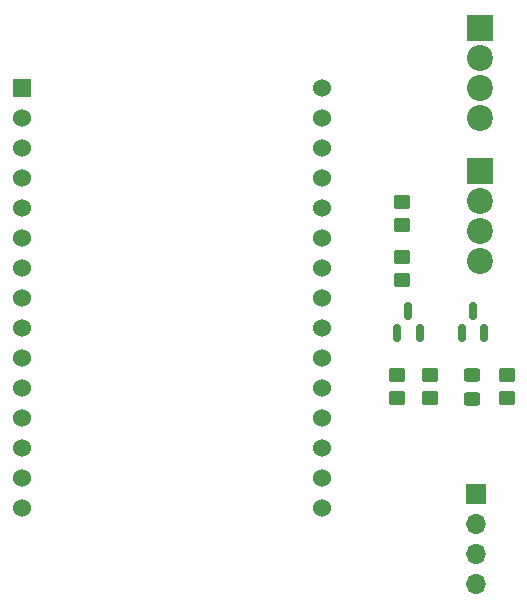
<source format=gts>
%TF.GenerationSoftware,KiCad,Pcbnew,7.0.11-7.0.11~ubuntu22.04.1*%
%TF.CreationDate,2024-03-24T21:47:42+11:00*%
%TF.ProjectId,esp32_pwm_fan,65737033-325f-4707-976d-5f66616e2e6b,rev?*%
%TF.SameCoordinates,Original*%
%TF.FileFunction,Soldermask,Top*%
%TF.FilePolarity,Negative*%
%FSLAX46Y46*%
G04 Gerber Fmt 4.6, Leading zero omitted, Abs format (unit mm)*
G04 Created by KiCad (PCBNEW 7.0.11-7.0.11~ubuntu22.04.1) date 2024-03-24 21:47:42*
%MOMM*%
%LPD*%
G01*
G04 APERTURE LIST*
G04 Aperture macros list*
%AMRoundRect*
0 Rectangle with rounded corners*
0 $1 Rounding radius*
0 $2 $3 $4 $5 $6 $7 $8 $9 X,Y pos of 4 corners*
0 Add a 4 corners polygon primitive as box body*
4,1,4,$2,$3,$4,$5,$6,$7,$8,$9,$2,$3,0*
0 Add four circle primitives for the rounded corners*
1,1,$1+$1,$2,$3*
1,1,$1+$1,$4,$5*
1,1,$1+$1,$6,$7*
1,1,$1+$1,$8,$9*
0 Add four rect primitives between the rounded corners*
20,1,$1+$1,$2,$3,$4,$5,0*
20,1,$1+$1,$4,$5,$6,$7,0*
20,1,$1+$1,$6,$7,$8,$9,0*
20,1,$1+$1,$8,$9,$2,$3,0*%
G04 Aperture macros list end*
%ADD10RoundRect,0.150000X0.150000X-0.587500X0.150000X0.587500X-0.150000X0.587500X-0.150000X-0.587500X0*%
%ADD11R,2.200000X2.200000*%
%ADD12C,2.200000*%
%ADD13R,1.524000X1.524000*%
%ADD14C,1.524000*%
%ADD15R,1.700000X1.700000*%
%ADD16O,1.700000X1.700000*%
%ADD17RoundRect,0.250000X-0.450000X0.350000X-0.450000X-0.350000X0.450000X-0.350000X0.450000X0.350000X0*%
%ADD18RoundRect,0.250000X0.450000X-0.350000X0.450000X0.350000X-0.450000X0.350000X-0.450000X-0.350000X0*%
%ADD19RoundRect,0.250000X-0.450000X0.325000X-0.450000X-0.325000X0.450000X-0.325000X0.450000X0.325000X0*%
G04 APERTURE END LIST*
D10*
%TO.C,Q2*%
X114575000Y-75800000D03*
X116475000Y-75800000D03*
X115525000Y-73925000D03*
%TD*%
D11*
%TO.C,J1*%
X116170000Y-49930000D03*
D12*
X116170000Y-52470000D03*
X116170000Y-55010000D03*
X116170000Y-57550000D03*
%TD*%
D13*
%TO.C,U2*%
X77325000Y-55025000D03*
D14*
X77325000Y-57565000D03*
X77325000Y-60105000D03*
X77325000Y-62645000D03*
X77325000Y-65185000D03*
X77325000Y-67725000D03*
X77325000Y-70265000D03*
X77325000Y-72805000D03*
X77325000Y-75345000D03*
X77325000Y-77885000D03*
X77325000Y-80425000D03*
X77325000Y-82965000D03*
X77325000Y-85505000D03*
X77325000Y-88045000D03*
X77325000Y-90585000D03*
X102725000Y-90585000D03*
X102725000Y-88045000D03*
X102725000Y-85505000D03*
X102725000Y-82965000D03*
X102725000Y-80425000D03*
X102725000Y-77885000D03*
X102725000Y-75345000D03*
X102725000Y-72805000D03*
X102725000Y-70265000D03*
X102725000Y-67725000D03*
X102725000Y-65185000D03*
X102725000Y-62645000D03*
X102725000Y-60105000D03*
X102725000Y-57565000D03*
X102725000Y-55025000D03*
%TD*%
D15*
%TO.C,J3*%
X115775000Y-89450000D03*
D16*
X115775000Y-91990000D03*
X115775000Y-94530000D03*
X115775000Y-97070000D03*
%TD*%
D17*
%TO.C,R5*%
X118400000Y-79325000D03*
X118400000Y-81325000D03*
%TD*%
D18*
%TO.C,R2*%
X109100000Y-81325000D03*
X109100000Y-79325000D03*
%TD*%
D17*
%TO.C,R1*%
X109525000Y-69325000D03*
X109525000Y-71325000D03*
%TD*%
D10*
%TO.C,Q1*%
X109125000Y-75800000D03*
X111025000Y-75800000D03*
X110075000Y-73925000D03*
%TD*%
D11*
%TO.C,J2*%
X116140000Y-62050000D03*
D12*
X116140000Y-64590000D03*
X116140000Y-67130000D03*
X116140000Y-69670000D03*
%TD*%
D17*
%TO.C,R4*%
X109550000Y-64675000D03*
X109550000Y-66675000D03*
%TD*%
D19*
%TO.C,D1*%
X115500000Y-79300000D03*
X115500000Y-81350000D03*
%TD*%
D17*
%TO.C,R3*%
X111925000Y-79300000D03*
X111925000Y-81300000D03*
%TD*%
M02*

</source>
